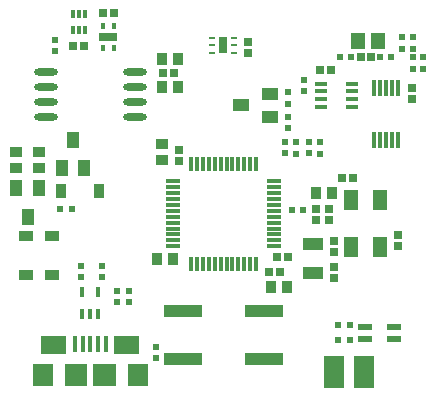
<source format=gbr>
%TF.GenerationSoftware,Altium Limited,Altium Designer,20.1.14 (287)*%
G04 Layer_Color=8421504*
%FSLAX45Y45*%
%MOMM*%
%TF.SameCoordinates,D919A4BC-3EF6-4BA5-801F-EB9C9E4D33F9*%
%TF.FilePolarity,Positive*%
%TF.FileFunction,Paste,Top*%
%TF.Part,Single*%
G01*
G75*
%TA.AperFunction,SMDPad,CuDef*%
%ADD11R,0.90000X1.00000*%
%ADD12R,0.60000X0.55000*%
%ADD13R,0.30000X1.20000*%
%ADD14R,1.20000X0.30000*%
%ADD15O,2.00000X0.60000*%
%ADD16R,3.20000X1.00000*%
%ADD17R,0.64000X0.64000*%
%ADD18R,0.35000X0.75000*%
%ADD19R,1.60000X0.70000*%
%ADD20R,0.35000X0.55000*%
%ADD21R,0.64000X0.64000*%
%ADD22R,0.50000X0.25000*%
%ADD23R,0.65000X1.35000*%
%ADD24R,1.05000X0.45000*%
%ADD25R,0.55000X0.60000*%
%ADD26R,1.15000X1.40000*%
%ADD27R,0.30000X1.45000*%
%ADD28R,1.40000X1.00000*%
%ADD29R,1.80000X2.70000*%
%ADD30R,1.20000X1.80000*%
%ADD31R,0.91000X1.22000*%
%TA.AperFunction,ConnectorPad*%
%ADD32R,0.40000X1.35000*%
%ADD33R,1.80000X1.90000*%
%TA.AperFunction,SMDPad,CuDef*%
%ADD34R,0.40000X0.85000*%
%ADD35R,1.20000X0.60000*%
%ADD36R,1.22000X0.91000*%
%ADD37R,1.00000X1.40000*%
%ADD38R,1.00000X0.90000*%
%ADD39R,1.80000X1.00000*%
G36*
X656200Y255000D02*
X846200D01*
Y65000D01*
X656200D01*
Y255000D01*
D02*
G37*
G36*
X456200Y495000D02*
X666200D01*
Y335000D01*
X456200D01*
Y495000D01*
D02*
G37*
G36*
X896200Y255000D02*
X1086200D01*
Y65000D01*
X896200D01*
Y255000D01*
D02*
G37*
G36*
X1076200Y495000D02*
X1286200D01*
Y335000D01*
X1076200D01*
Y495000D01*
D02*
G37*
D11*
X1617500Y2840000D02*
D03*
X1482500D02*
D03*
X1617500Y2600000D02*
D03*
X1482500D02*
D03*
X2916865Y1700000D02*
D03*
X2781865D02*
D03*
X2402500Y910000D02*
D03*
X2537500D02*
D03*
X1567500Y1140000D02*
D03*
X1432500D02*
D03*
D12*
X1100000Y872500D02*
D03*
Y777500D02*
D03*
X1200000D02*
D03*
Y872500D02*
D03*
X3691371Y2755127D02*
D03*
Y2850127D02*
D03*
X3601371D02*
D03*
Y2755127D02*
D03*
Y3020127D02*
D03*
Y2925126D02*
D03*
X2683571Y2565826D02*
D03*
Y2660827D02*
D03*
X3506771Y3020127D02*
D03*
Y2925126D02*
D03*
X2545870Y2254626D02*
D03*
Y2349626D02*
D03*
X2547570Y2459652D02*
D03*
Y2554652D02*
D03*
X970000Y1087500D02*
D03*
Y992500D02*
D03*
X790000Y1087500D02*
D03*
Y992500D02*
D03*
X1425000Y302500D02*
D03*
Y397500D02*
D03*
X570000Y2902500D02*
D03*
Y2997500D02*
D03*
X2522713Y2036809D02*
D03*
Y2131809D02*
D03*
X2616773Y2035000D02*
D03*
Y2130000D02*
D03*
X2718974Y2036809D02*
D03*
Y2131809D02*
D03*
X2819365Y2036339D02*
D03*
Y2131339D02*
D03*
D13*
X2275000Y1101274D02*
D03*
X2225000D02*
D03*
X2175000D02*
D03*
X2125000D02*
D03*
X2075000D02*
D03*
X2025000D02*
D03*
X1975000D02*
D03*
X1925000D02*
D03*
X1875000D02*
D03*
X1825000D02*
D03*
X1775000D02*
D03*
X1725000D02*
D03*
Y1951274D02*
D03*
X1775000D02*
D03*
X1825000D02*
D03*
X1875000D02*
D03*
X1925000D02*
D03*
X1975000D02*
D03*
X2025000D02*
D03*
X2075000D02*
D03*
X2125000D02*
D03*
X2175000D02*
D03*
X2225000D02*
D03*
X2275000D02*
D03*
D14*
X1575000Y1251274D02*
D03*
Y1301275D02*
D03*
Y1351274D02*
D03*
Y1401274D02*
D03*
Y1451274D02*
D03*
Y1501274D02*
D03*
Y1551275D02*
D03*
Y1601274D02*
D03*
Y1651274D02*
D03*
Y1701274D02*
D03*
Y1751274D02*
D03*
Y1801275D02*
D03*
X2425000D02*
D03*
Y1751274D02*
D03*
Y1701274D02*
D03*
Y1651274D02*
D03*
Y1601274D02*
D03*
Y1551275D02*
D03*
Y1501274D02*
D03*
Y1451274D02*
D03*
Y1401274D02*
D03*
Y1351274D02*
D03*
Y1301275D02*
D03*
Y1251274D02*
D03*
D15*
X493108Y2730701D02*
D03*
X1253108Y2349700D02*
D03*
Y2730701D02*
D03*
Y2476701D02*
D03*
Y2603701D02*
D03*
X493108Y2476701D02*
D03*
Y2349700D02*
D03*
Y2603701D02*
D03*
D16*
X2340000Y700000D02*
D03*
X1660000D02*
D03*
Y300000D02*
D03*
X2340000D02*
D03*
D17*
X1484000Y2720000D02*
D03*
X1576000D02*
D03*
X2817570Y2743326D02*
D03*
X2909571D02*
D03*
X3251746Y2852627D02*
D03*
X3159746D02*
D03*
X821000Y2950000D02*
D03*
X729000D02*
D03*
X1071000Y3225000D02*
D03*
X979000D02*
D03*
X3004000Y1828825D02*
D03*
X3096000D02*
D03*
X2476000Y1036274D02*
D03*
X2384000D02*
D03*
X2454000Y1160000D02*
D03*
X2546000D02*
D03*
D18*
X825000Y3080000D02*
D03*
X775000D02*
D03*
X725000D02*
D03*
Y3220000D02*
D03*
X775000D02*
D03*
X825000D02*
D03*
D19*
X1025000Y3025000D02*
D03*
D20*
X1075000Y2932500D02*
D03*
X975000D02*
D03*
Y3117500D02*
D03*
X1075000D02*
D03*
D21*
X2203185Y2886626D02*
D03*
Y2978627D02*
D03*
X3596173Y2591228D02*
D03*
Y2499228D02*
D03*
X2933000Y1199500D02*
D03*
Y1291500D02*
D03*
X2780000Y1566000D02*
D03*
Y1474000D02*
D03*
X2933000Y1076000D02*
D03*
Y984000D02*
D03*
X3473871Y1346000D02*
D03*
Y1254000D02*
D03*
X2895900Y1474000D02*
D03*
Y1566000D02*
D03*
X1620000Y2064800D02*
D03*
Y1972799D02*
D03*
D22*
X2088185Y2887626D02*
D03*
Y2952627D02*
D03*
Y3017626D02*
D03*
X1898185D02*
D03*
Y2952627D02*
D03*
Y2887626D02*
D03*
D23*
X1993185Y2952627D02*
D03*
D24*
X3083871Y2627626D02*
D03*
Y2562626D02*
D03*
X2823871Y2432626D02*
D03*
Y2627626D02*
D03*
Y2562626D02*
D03*
Y2497626D02*
D03*
X3083871Y2432626D02*
D03*
Y2497626D02*
D03*
D25*
X2983871Y2852627D02*
D03*
X3078871D02*
D03*
X3421371D02*
D03*
X3326371D02*
D03*
X617500Y1567500D02*
D03*
X712500D02*
D03*
X2675000Y1560000D02*
D03*
X2580000D02*
D03*
X2971740Y581800D02*
D03*
X3066740D02*
D03*
X2971740Y456775D02*
D03*
X3066740D02*
D03*
D26*
X3136371Y2992627D02*
D03*
X3306371D02*
D03*
D27*
X3473871Y2155026D02*
D03*
X3273871D02*
D03*
X3323871D02*
D03*
X3373871D02*
D03*
X3423871D02*
D03*
X3473871Y2595027D02*
D03*
X3423871D02*
D03*
X3373871D02*
D03*
X3323871D02*
D03*
X3273871D02*
D03*
D28*
X2145685Y2444027D02*
D03*
X2390685Y2539026D02*
D03*
Y2349027D02*
D03*
D29*
X3187000Y190000D02*
D03*
X2933000D02*
D03*
D30*
X3321825Y1245500D02*
D03*
X3081825Y1645500D02*
D03*
Y1245500D02*
D03*
X3321825Y1645500D02*
D03*
D31*
X621500Y1717500D02*
D03*
X948500D02*
D03*
D32*
X871200Y427500D02*
D03*
X936200D02*
D03*
X1001200D02*
D03*
X806200D02*
D03*
X741200D02*
D03*
D33*
X471200Y160000D02*
D03*
X1271200D02*
D03*
D34*
X805000Y680000D02*
D03*
X870000D02*
D03*
X935000D02*
D03*
Y865000D02*
D03*
X805000D02*
D03*
D35*
X3439425Y569400D02*
D03*
Y469400D02*
D03*
X3199425D02*
D03*
Y569400D02*
D03*
D36*
X330000Y1334395D02*
D03*
Y1007395D02*
D03*
X550000D02*
D03*
Y1334395D02*
D03*
D37*
X630000Y1910000D02*
D03*
X820000D02*
D03*
X725000Y2155000D02*
D03*
X435000Y1747500D02*
D03*
X245000D02*
D03*
X340000Y1502500D02*
D03*
D38*
X245200Y1910025D02*
D03*
Y2045025D02*
D03*
X435200Y1910025D02*
D03*
Y2045025D02*
D03*
X1480000Y1981300D02*
D03*
Y2116300D02*
D03*
D39*
X2760000Y1271775D02*
D03*
Y1021775D02*
D03*
%TF.MD5,fc91dd17b395c0e2a328f392dbde13f1*%
M02*

</source>
